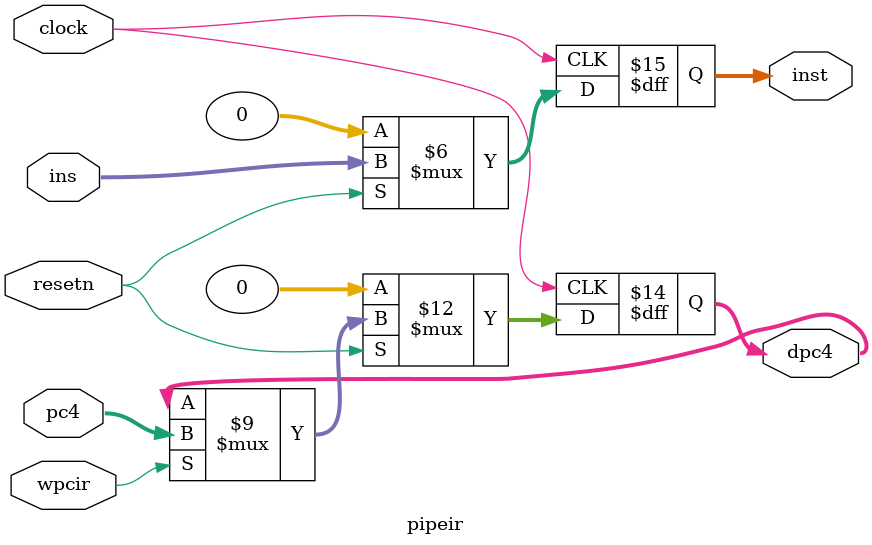
<source format=v>
module pipeir (pc4,ins,wpcir,clock,resetn,dpc4,inst);
input wire[31:0] pc4, ins;
input wire wpcir;
input wire clock,resetn;

output reg[31:0] dpc4, inst;

always @(posedge clock)
begin
	if(~resetn)
	begin
		dpc4 <= 0;
		inst <= 0;
	end
	else 
	begin
		if(wpcir)
		begin
		dpc4 <= pc4;
		inst <= ins;
		end
		else begin
			inst <= ins;
		end
	end
end

endmodule
</source>
